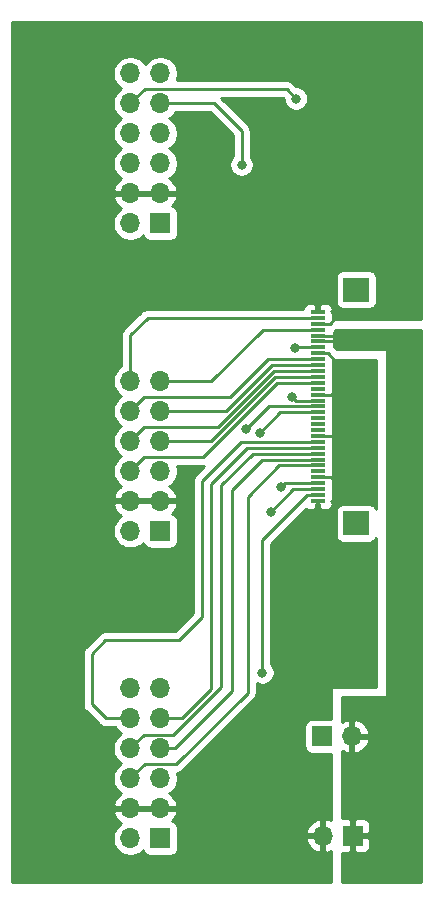
<source format=gbr>
%TF.GenerationSoftware,KiCad,Pcbnew,5.1.8-db9833491~88~ubuntu20.04.1*%
%TF.CreationDate,2020-12-04T12:29:55-05:00*%
%TF.ProjectId,lcd_pmod_breakout,6c63645f-706d-46f6-945f-627265616b6f,rev?*%
%TF.SameCoordinates,Original*%
%TF.FileFunction,Copper,L1,Top*%
%TF.FilePolarity,Positive*%
%FSLAX46Y46*%
G04 Gerber Fmt 4.6, Leading zero omitted, Abs format (unit mm)*
G04 Created by KiCad (PCBNEW 5.1.8-db9833491~88~ubuntu20.04.1) date 2020-12-04 12:29:55*
%MOMM*%
%LPD*%
G01*
G04 APERTURE LIST*
%TA.AperFunction,ComponentPad*%
%ADD10R,1.700000X1.700000*%
%TD*%
%TA.AperFunction,ComponentPad*%
%ADD11O,1.700000X1.700000*%
%TD*%
%TA.AperFunction,SMDPad,CuDef*%
%ADD12R,1.300000X0.300000*%
%TD*%
%TA.AperFunction,SMDPad,CuDef*%
%ADD13R,2.200000X2.000000*%
%TD*%
%TA.AperFunction,ViaPad*%
%ADD14C,0.800000*%
%TD*%
%TA.AperFunction,Conductor*%
%ADD15C,0.250000*%
%TD*%
%TA.AperFunction,Conductor*%
%ADD16C,0.254000*%
%TD*%
%TA.AperFunction,Conductor*%
%ADD17C,0.100000*%
%TD*%
G04 APERTURE END LIST*
D10*
%TO.P,J1,1*%
%TO.N,+3.3VA*%
X94615000Y-97790000D03*
D11*
%TO.P,J1,2*%
X92075000Y-97790000D03*
%TO.P,J1,3*%
%TO.N,GND*%
X94615000Y-95250000D03*
%TO.P,J1,4*%
X92075000Y-95250000D03*
%TO.P,J1,5*%
%TO.N,/LED_R0*%
X94615000Y-92710000D03*
%TO.P,J1,6*%
%TO.N,/LCD_R1*%
X92075000Y-92710000D03*
%TO.P,J1,7*%
%TO.N,/LCD_R2*%
X94615000Y-90170000D03*
%TO.P,J1,8*%
%TO.N,/LCD_R3*%
X92075000Y-90170000D03*
%TO.P,J1,9*%
%TO.N,/LCD_R4*%
X94615000Y-87630000D03*
%TO.P,J1,10*%
%TO.N,/LCD_R5*%
X92075000Y-87630000D03*
%TO.P,J1,11*%
%TO.N,/LCD_CLK*%
X94615000Y-85090000D03*
%TO.P,J1,12*%
%TO.N,/LCD_DEN*%
X92075000Y-85090000D03*
%TD*%
%TO.P,J2,12*%
%TO.N,/LCD_VS*%
X92075000Y-33020000D03*
%TO.P,J2,11*%
%TO.N,/LCD_HS*%
X94615000Y-33020000D03*
%TO.P,J2,10*%
%TO.N,/LCD_G5*%
X92075000Y-35560000D03*
%TO.P,J2,9*%
%TO.N,/LCD_G4*%
X94615000Y-35560000D03*
%TO.P,J2,8*%
%TO.N,/LCD_G3*%
X92075000Y-38100000D03*
%TO.P,J2,7*%
%TO.N,/LED_G2*%
X94615000Y-38100000D03*
%TO.P,J2,6*%
%TO.N,/LED_B1*%
X92075000Y-40640000D03*
%TO.P,J2,5*%
%TO.N,/LED_G0*%
X94615000Y-40640000D03*
%TO.P,J2,4*%
%TO.N,GND*%
X92075000Y-43180000D03*
%TO.P,J2,3*%
X94615000Y-43180000D03*
%TO.P,J2,2*%
%TO.N,+3.3VA*%
X92075000Y-45720000D03*
D10*
%TO.P,J2,1*%
X94615000Y-45720000D03*
%TD*%
%TO.P,J3,1*%
%TO.N,+3.3VA*%
X94615000Y-71755000D03*
D11*
%TO.P,J3,2*%
X92075000Y-71755000D03*
%TO.P,J3,3*%
%TO.N,GND*%
X94615000Y-69215000D03*
%TO.P,J3,4*%
X92075000Y-69215000D03*
%TO.P,J3,5*%
%TO.N,/LED_B0*%
X94615000Y-66675000D03*
%TO.P,J3,6*%
%TO.N,/LCD_B1*%
X92075000Y-66675000D03*
%TO.P,J3,7*%
%TO.N,/LCD_B2*%
X94615000Y-64135000D03*
%TO.P,J3,8*%
%TO.N,/LCD_B3*%
X92075000Y-64135000D03*
%TO.P,J3,9*%
%TO.N,/LCD_B4*%
X94615000Y-61595000D03*
%TO.P,J3,10*%
%TO.N,/LCD_B5*%
X92075000Y-61595000D03*
%TO.P,J3,11*%
%TO.N,/LCD_REV*%
X94615000Y-59055000D03*
%TO.P,J3,12*%
%TO.N,/LCD_DISP*%
X92075000Y-59055000D03*
%TD*%
D10*
%TO.P,J4,1*%
%TO.N,+3V3*%
X110900000Y-97550000D03*
D11*
%TO.P,J4,2*%
%TO.N,GND*%
X108360000Y-97550000D03*
%TD*%
D12*
%TO.P,J5,1*%
%TO.N,GND*%
X107950000Y-69215000D03*
%TO.P,J5,2*%
%TO.N,/LCD_CLK*%
X107950000Y-68715000D03*
%TO.P,J5,3*%
%TO.N,/LCD_HS*%
X107950000Y-68215000D03*
%TO.P,J5,4*%
%TO.N,/LCD_VS*%
X107950000Y-67715000D03*
%TO.P,J5,5*%
%TO.N,GND*%
X107950000Y-67215000D03*
%TO.P,J5,6*%
%TO.N,/LCD_R0*%
X107950000Y-66715000D03*
%TO.P,J5,7*%
%TO.N,/LCD_R1*%
X107950000Y-66215000D03*
%TO.P,J5,8*%
%TO.N,/LCD_R2*%
X107950000Y-65715000D03*
%TO.P,J5,9*%
%TO.N,/LCD_R3*%
X107950000Y-65215000D03*
%TO.P,J5,10*%
%TO.N,/LCD_R4*%
X107950000Y-64715000D03*
%TO.P,J5,11*%
%TO.N,/LCD_R5*%
X107950000Y-64215000D03*
%TO.P,J5,12*%
%TO.N,GND*%
X107950000Y-63715000D03*
%TO.P,J5,13*%
%TO.N,/LCD_G0*%
X107950000Y-63215000D03*
%TO.P,J5,14*%
%TO.N,/LCD_G1*%
X107950000Y-62715000D03*
%TO.P,J5,15*%
%TO.N,/LCD_G2*%
X107950000Y-62215000D03*
%TO.P,J5,16*%
%TO.N,/LCD_G3*%
X107950000Y-61715000D03*
%TO.P,J5,17*%
%TO.N,/LCD_G4*%
X107950000Y-61215000D03*
%TO.P,J5,18*%
%TO.N,/LCD_G5*%
X107950000Y-60715000D03*
%TO.P,J5,19*%
%TO.N,GND*%
X107950000Y-60215000D03*
%TO.P,J5,20*%
%TO.N,/LCD_B0*%
X107950000Y-59715000D03*
%TO.P,J5,21*%
%TO.N,/LCD_B1*%
X107950000Y-59215000D03*
%TO.P,J5,22*%
%TO.N,/LCD_B2*%
X107950000Y-58715000D03*
%TO.P,J5,23*%
%TO.N,/LCD_B3*%
X107950000Y-58215000D03*
%TO.P,J5,24*%
%TO.N,/LCD_B4*%
X107950000Y-57715000D03*
%TO.P,J5,25*%
%TO.N,/LCD_B5*%
X107950000Y-57215000D03*
%TO.P,J5,26*%
%TO.N,GND*%
X107950000Y-56715000D03*
%TO.P,J5,27*%
%TO.N,/LCD_DEN*%
X107950000Y-56215000D03*
%TO.P,J5,28*%
%TO.N,+3V3*%
X107950000Y-55715000D03*
%TO.P,J5,29*%
X107950000Y-55215000D03*
%TO.P,J5,30*%
%TO.N,/LCD_REV*%
X107950000Y-54715000D03*
%TO.P,J5,31*%
%TO.N,GND*%
X107950000Y-54215000D03*
%TO.P,J5,32*%
%TO.N,/LCD_DISP*%
X107950000Y-53715000D03*
%TO.P,J5,33*%
%TO.N,GND*%
X107950000Y-53215000D03*
D13*
%TO.P,J5,34*%
%TO.N,N/C*%
X111200000Y-71115000D03*
%TO.P,J5,35*%
X111200000Y-51315000D03*
%TD*%
D10*
%TO.P,J6,1*%
%TO.N,+3.3VA*%
X108300000Y-89150000D03*
D11*
%TO.P,J6,2*%
%TO.N,+3V3*%
X110840000Y-89150000D03*
%TD*%
D14*
%TO.N,/LCD_CLK*%
X103250000Y-83750000D03*
%TO.N,/LCD_DEN*%
X106050000Y-56250000D03*
%TO.N,/LCD_VS*%
X104850000Y-68000000D03*
%TO.N,/LCD_HS*%
X103950000Y-70150000D03*
%TO.N,/LCD_G5*%
X105800000Y-60400000D03*
X106100000Y-35150000D03*
%TO.N,/LCD_G4*%
X101900000Y-63150000D03*
X101500000Y-40750000D03*
%TO.N,/LCD_G3*%
X103050000Y-63450000D03*
%TD*%
D15*
%TO.N,GND*%
X107950000Y-67215000D02*
X109760000Y-67215000D01*
X107950000Y-63715000D02*
X109640000Y-63715000D01*
X109640000Y-63715000D02*
X109855000Y-63500000D01*
X107950000Y-60215000D02*
X109745000Y-60215000D01*
X107950000Y-56715000D02*
X108785000Y-56715000D01*
X108785000Y-56715000D02*
X109855000Y-57785000D01*
X107950000Y-54215000D02*
X108980000Y-54215000D01*
X108980000Y-54215000D02*
X109855000Y-53340000D01*
X107950000Y-69215000D02*
X107950000Y-69850000D01*
%TO.N,/LCD_R1*%
X107950000Y-66215000D02*
X104635000Y-66215000D01*
X104635000Y-66215000D02*
X102000000Y-68850000D01*
X102000000Y-68850000D02*
X102000000Y-85450000D01*
X102000000Y-85450000D02*
X95950000Y-91500000D01*
X93285000Y-91500000D02*
X92075000Y-92710000D01*
X95950000Y-91500000D02*
X93285000Y-91500000D01*
%TO.N,/LCD_R2*%
X107950000Y-65715000D02*
X103185000Y-65715000D01*
X103185000Y-65715000D02*
X100650000Y-68250000D01*
X95817081Y-90170000D02*
X94615000Y-90170000D01*
X100650000Y-85337081D02*
X95817081Y-90170000D01*
X100650000Y-68250000D02*
X100650000Y-85337081D01*
%TO.N,/LCD_R3*%
X93250001Y-88994999D02*
X92075000Y-90170000D01*
X95691411Y-88994999D02*
X93250001Y-88994999D01*
X99750000Y-84936410D02*
X95691411Y-88994999D01*
X99750000Y-67900000D02*
X99750000Y-84936410D01*
X102450000Y-65200000D02*
X99750000Y-67900000D01*
X107064998Y-65215000D02*
X107049998Y-65200000D01*
X107049998Y-65200000D02*
X102450000Y-65200000D01*
X107950000Y-65215000D02*
X107064998Y-65215000D01*
%TO.N,/LCD_R4*%
X107950000Y-64715000D02*
X101935000Y-64715000D01*
X101935000Y-64715000D02*
X98900000Y-67750000D01*
X98900000Y-67750000D02*
X98900000Y-85150000D01*
X96420000Y-87630000D02*
X94615000Y-87630000D01*
X98900000Y-85150000D02*
X96420000Y-87630000D01*
%TO.N,/LCD_R5*%
X88800000Y-86450000D02*
X89980000Y-87630000D01*
X89950000Y-81000000D02*
X88800000Y-82150000D01*
X96200000Y-81000000D02*
X89950000Y-81000000D01*
X89980000Y-87630000D02*
X92075000Y-87630000D01*
X98150000Y-79050000D02*
X96200000Y-81000000D01*
X98150000Y-67500000D02*
X98150000Y-79050000D01*
X101435000Y-64215000D02*
X98150000Y-67500000D01*
X88800000Y-82150000D02*
X88800000Y-86450000D01*
X107950000Y-64215000D02*
X101435000Y-64215000D01*
%TO.N,/LCD_CLK*%
X107050000Y-68715000D02*
X103250000Y-72515000D01*
X107950000Y-68715000D02*
X107050000Y-68715000D01*
X103250000Y-72515000D02*
X103250000Y-83750000D01*
%TO.N,/LCD_DEN*%
X106085000Y-56215000D02*
X107950000Y-56215000D01*
X106050000Y-56250000D02*
X106085000Y-56215000D01*
%TO.N,/LCD_VS*%
X107950000Y-67715000D02*
X105135000Y-67715000D01*
X105135000Y-67715000D02*
X104850000Y-68000000D01*
%TO.N,/LCD_HS*%
X107950000Y-68215000D02*
X105885000Y-68215000D01*
X105885000Y-68215000D02*
X103950000Y-70150000D01*
%TO.N,/LCD_G5*%
X107950000Y-60715000D02*
X106115000Y-60715000D01*
X106115000Y-60715000D02*
X105800000Y-60400000D01*
X106100000Y-35150000D02*
X105300000Y-34350000D01*
X93285000Y-34350000D02*
X92075000Y-35560000D01*
X105300000Y-34350000D02*
X93285000Y-34350000D01*
%TO.N,/LCD_G4*%
X107950000Y-61215000D02*
X103835000Y-61215000D01*
X103835000Y-61215000D02*
X101900000Y-63150000D01*
X101500000Y-40750000D02*
X101500000Y-37900000D01*
X99160000Y-35560000D02*
X94615000Y-35560000D01*
X101500000Y-37900000D02*
X99160000Y-35560000D01*
%TO.N,/LCD_G3*%
X107950000Y-61715000D02*
X104785000Y-61715000D01*
X104785000Y-61715000D02*
X103050000Y-63450000D01*
%TO.N,/LCD_B1*%
X93250001Y-65499999D02*
X92075000Y-66675000D01*
X98209231Y-65499999D02*
X93250001Y-65499999D01*
X104494230Y-59215000D02*
X98209231Y-65499999D01*
X107950000Y-59215000D02*
X104494230Y-59215000D01*
%TO.N,/LCD_B2*%
X98937820Y-64135000D02*
X94615000Y-64135000D01*
X104357820Y-58715000D02*
X98937820Y-64135000D01*
X107950000Y-58715000D02*
X104357820Y-58715000D01*
%TO.N,/LCD_B3*%
X93250001Y-62959999D02*
X92075000Y-64135000D01*
X99476411Y-62959999D02*
X93250001Y-62959999D01*
X104221410Y-58215000D02*
X99476411Y-62959999D01*
X107950000Y-58215000D02*
X104221410Y-58215000D01*
%TO.N,/LCD_B4*%
X107950000Y-57715000D02*
X104085000Y-57715000D01*
X100205000Y-61595000D02*
X94615000Y-61595000D01*
X104085000Y-57715000D02*
X100205000Y-61595000D01*
%TO.N,/LCD_B5*%
X93250001Y-60419999D02*
X100530001Y-60419999D01*
X92075000Y-61595000D02*
X93250001Y-60419999D01*
X103735000Y-57215000D02*
X107950000Y-57215000D01*
X100530001Y-60419999D02*
X103735000Y-57215000D01*
%TO.N,/LCD_REV*%
X107950000Y-54715000D02*
X103285000Y-54715000D01*
X98945000Y-59055000D02*
X94615000Y-59055000D01*
X103285000Y-54715000D02*
X98945000Y-59055000D01*
%TO.N,/LCD_DISP*%
X107950000Y-53715000D02*
X93535000Y-53715000D01*
X92075000Y-55175000D02*
X92075000Y-59055000D01*
X93535000Y-53715000D02*
X92075000Y-55175000D01*
%TO.N,+3V3*%
X107950000Y-55215000D02*
X109825000Y-55215000D01*
X107950000Y-55715000D02*
X109690000Y-55715000D01*
%TD*%
D16*
%TO.N,+3V3*%
X116713000Y-101473000D02*
X109982000Y-101473000D01*
X109982000Y-99031375D01*
X110050000Y-99038072D01*
X110614250Y-99035000D01*
X110773000Y-98876250D01*
X110773000Y-97677000D01*
X111027000Y-97677000D01*
X111027000Y-98876250D01*
X111185750Y-99035000D01*
X111750000Y-99038072D01*
X111874482Y-99025812D01*
X111994180Y-98989502D01*
X112104494Y-98930537D01*
X112201185Y-98851185D01*
X112280537Y-98754494D01*
X112339502Y-98644180D01*
X112375812Y-98524482D01*
X112388072Y-98400000D01*
X112385000Y-97835750D01*
X112226250Y-97677000D01*
X111027000Y-97677000D01*
X110773000Y-97677000D01*
X110753000Y-97677000D01*
X110753000Y-97423000D01*
X110773000Y-97423000D01*
X110773000Y-96223750D01*
X111027000Y-96223750D01*
X111027000Y-97423000D01*
X112226250Y-97423000D01*
X112385000Y-97264250D01*
X112388072Y-96700000D01*
X112375812Y-96575518D01*
X112339502Y-96455820D01*
X112280537Y-96345506D01*
X112201185Y-96248815D01*
X112104494Y-96169463D01*
X111994180Y-96110498D01*
X111874482Y-96074188D01*
X111750000Y-96061928D01*
X111185750Y-96065000D01*
X111027000Y-96223750D01*
X110773000Y-96223750D01*
X110614250Y-96065000D01*
X110050000Y-96061928D01*
X109982000Y-96068625D01*
X109982000Y-90353705D01*
X110073080Y-90421641D01*
X110335901Y-90546825D01*
X110483110Y-90591476D01*
X110713000Y-90470155D01*
X110713000Y-89277000D01*
X110967000Y-89277000D01*
X110967000Y-90470155D01*
X111196890Y-90591476D01*
X111344099Y-90546825D01*
X111606920Y-90421641D01*
X111840269Y-90247588D01*
X112035178Y-90031355D01*
X112184157Y-89781252D01*
X112281481Y-89506891D01*
X112160814Y-89277000D01*
X110967000Y-89277000D01*
X110713000Y-89277000D01*
X110693000Y-89277000D01*
X110693000Y-89023000D01*
X110713000Y-89023000D01*
X110713000Y-87829845D01*
X110967000Y-87829845D01*
X110967000Y-89023000D01*
X112160814Y-89023000D01*
X112281481Y-88793109D01*
X112184157Y-88518748D01*
X112035178Y-88268645D01*
X111840269Y-88052412D01*
X111606920Y-87878359D01*
X111344099Y-87753175D01*
X111196890Y-87708524D01*
X110967000Y-87829845D01*
X110713000Y-87829845D01*
X110483110Y-87708524D01*
X110335901Y-87753175D01*
X110073080Y-87878359D01*
X109982000Y-87946295D01*
X109982000Y-85852000D01*
X113665000Y-85852000D01*
X113689776Y-85849560D01*
X113713601Y-85842333D01*
X113735557Y-85830597D01*
X113754803Y-85814803D01*
X113770597Y-85795557D01*
X113782333Y-85773601D01*
X113789560Y-85749776D01*
X113792000Y-85725000D01*
X113792000Y-56515000D01*
X113789560Y-56490224D01*
X113782333Y-56466399D01*
X113770597Y-56444443D01*
X113754803Y-56425197D01*
X113735557Y-56409403D01*
X113713601Y-56397667D01*
X113689776Y-56390440D01*
X113665000Y-56388000D01*
X109532802Y-56388000D01*
X109348804Y-56204002D01*
X109347000Y-56201804D01*
X109347000Y-54880589D01*
X109404276Y-54849974D01*
X109520001Y-54755001D01*
X109534774Y-54737000D01*
X116713000Y-54737000D01*
X116713000Y-101473000D01*
%TA.AperFunction,Conductor*%
D17*
G36*
X116713000Y-101473000D02*
G01*
X109982000Y-101473000D01*
X109982000Y-99031375D01*
X110050000Y-99038072D01*
X110614250Y-99035000D01*
X110773000Y-98876250D01*
X110773000Y-97677000D01*
X111027000Y-97677000D01*
X111027000Y-98876250D01*
X111185750Y-99035000D01*
X111750000Y-99038072D01*
X111874482Y-99025812D01*
X111994180Y-98989502D01*
X112104494Y-98930537D01*
X112201185Y-98851185D01*
X112280537Y-98754494D01*
X112339502Y-98644180D01*
X112375812Y-98524482D01*
X112388072Y-98400000D01*
X112385000Y-97835750D01*
X112226250Y-97677000D01*
X111027000Y-97677000D01*
X110773000Y-97677000D01*
X110753000Y-97677000D01*
X110753000Y-97423000D01*
X110773000Y-97423000D01*
X110773000Y-96223750D01*
X111027000Y-96223750D01*
X111027000Y-97423000D01*
X112226250Y-97423000D01*
X112385000Y-97264250D01*
X112388072Y-96700000D01*
X112375812Y-96575518D01*
X112339502Y-96455820D01*
X112280537Y-96345506D01*
X112201185Y-96248815D01*
X112104494Y-96169463D01*
X111994180Y-96110498D01*
X111874482Y-96074188D01*
X111750000Y-96061928D01*
X111185750Y-96065000D01*
X111027000Y-96223750D01*
X110773000Y-96223750D01*
X110614250Y-96065000D01*
X110050000Y-96061928D01*
X109982000Y-96068625D01*
X109982000Y-90353705D01*
X110073080Y-90421641D01*
X110335901Y-90546825D01*
X110483110Y-90591476D01*
X110713000Y-90470155D01*
X110713000Y-89277000D01*
X110967000Y-89277000D01*
X110967000Y-90470155D01*
X111196890Y-90591476D01*
X111344099Y-90546825D01*
X111606920Y-90421641D01*
X111840269Y-90247588D01*
X112035178Y-90031355D01*
X112184157Y-89781252D01*
X112281481Y-89506891D01*
X112160814Y-89277000D01*
X110967000Y-89277000D01*
X110713000Y-89277000D01*
X110693000Y-89277000D01*
X110693000Y-89023000D01*
X110713000Y-89023000D01*
X110713000Y-87829845D01*
X110967000Y-87829845D01*
X110967000Y-89023000D01*
X112160814Y-89023000D01*
X112281481Y-88793109D01*
X112184157Y-88518748D01*
X112035178Y-88268645D01*
X111840269Y-88052412D01*
X111606920Y-87878359D01*
X111344099Y-87753175D01*
X111196890Y-87708524D01*
X110967000Y-87829845D01*
X110713000Y-87829845D01*
X110483110Y-87708524D01*
X110335901Y-87753175D01*
X110073080Y-87878359D01*
X109982000Y-87946295D01*
X109982000Y-85852000D01*
X113665000Y-85852000D01*
X113689776Y-85849560D01*
X113713601Y-85842333D01*
X113735557Y-85830597D01*
X113754803Y-85814803D01*
X113770597Y-85795557D01*
X113782333Y-85773601D01*
X113789560Y-85749776D01*
X113792000Y-85725000D01*
X113792000Y-56515000D01*
X113789560Y-56490224D01*
X113782333Y-56466399D01*
X113770597Y-56444443D01*
X113754803Y-56425197D01*
X113735557Y-56409403D01*
X113713601Y-56397667D01*
X113689776Y-56390440D01*
X113665000Y-56388000D01*
X109532802Y-56388000D01*
X109348804Y-56204002D01*
X109347000Y-56201804D01*
X109347000Y-54880589D01*
X109404276Y-54849974D01*
X109520001Y-54755001D01*
X109534774Y-54737000D01*
X116713000Y-54737000D01*
X116713000Y-101473000D01*
G37*
%TD.AperFunction*%
%TD*%
D16*
%TO.N,GND*%
X116713000Y-53848000D02*
X109238072Y-53848000D01*
X109238072Y-53565000D01*
X109227882Y-53461535D01*
X109235000Y-53396750D01*
X109202753Y-53364503D01*
X109189502Y-53320820D01*
X109130537Y-53210506D01*
X109097725Y-53170525D01*
X109235000Y-53033250D01*
X109223685Y-52930268D01*
X109185416Y-52811182D01*
X109124650Y-52701850D01*
X109043722Y-52606474D01*
X108945742Y-52528718D01*
X108834475Y-52471572D01*
X108714198Y-52437230D01*
X108589532Y-52427014D01*
X108235750Y-52430000D01*
X108077000Y-52588750D01*
X108077000Y-52926928D01*
X107823000Y-52926928D01*
X107823000Y-52588750D01*
X107664250Y-52430000D01*
X107310468Y-52427014D01*
X107185802Y-52437230D01*
X107065525Y-52471572D01*
X106954258Y-52528718D01*
X106856278Y-52606474D01*
X106775350Y-52701850D01*
X106714584Y-52811182D01*
X106676315Y-52930268D01*
X106673598Y-52955000D01*
X93572323Y-52955000D01*
X93535000Y-52951324D01*
X93497677Y-52955000D01*
X93497667Y-52955000D01*
X93386014Y-52965997D01*
X93242753Y-53009454D01*
X93110724Y-53080026D01*
X92994999Y-53174999D01*
X92971201Y-53203997D01*
X91564003Y-54611196D01*
X91534999Y-54634999D01*
X91479871Y-54702174D01*
X91440026Y-54750724D01*
X91402559Y-54820820D01*
X91369454Y-54882754D01*
X91325997Y-55026015D01*
X91315000Y-55137668D01*
X91315000Y-55137678D01*
X91311324Y-55175000D01*
X91315000Y-55212323D01*
X91315001Y-57776821D01*
X91128368Y-57901525D01*
X90921525Y-58108368D01*
X90759010Y-58351589D01*
X90647068Y-58621842D01*
X90590000Y-58908740D01*
X90590000Y-59201260D01*
X90647068Y-59488158D01*
X90759010Y-59758411D01*
X90921525Y-60001632D01*
X91128368Y-60208475D01*
X91302760Y-60325000D01*
X91128368Y-60441525D01*
X90921525Y-60648368D01*
X90759010Y-60891589D01*
X90647068Y-61161842D01*
X90590000Y-61448740D01*
X90590000Y-61741260D01*
X90647068Y-62028158D01*
X90759010Y-62298411D01*
X90921525Y-62541632D01*
X91128368Y-62748475D01*
X91302760Y-62865000D01*
X91128368Y-62981525D01*
X90921525Y-63188368D01*
X90759010Y-63431589D01*
X90647068Y-63701842D01*
X90590000Y-63988740D01*
X90590000Y-64281260D01*
X90647068Y-64568158D01*
X90759010Y-64838411D01*
X90921525Y-65081632D01*
X91128368Y-65288475D01*
X91302760Y-65405000D01*
X91128368Y-65521525D01*
X90921525Y-65728368D01*
X90759010Y-65971589D01*
X90647068Y-66241842D01*
X90590000Y-66528740D01*
X90590000Y-66821260D01*
X90647068Y-67108158D01*
X90759010Y-67378411D01*
X90921525Y-67621632D01*
X91128368Y-67828475D01*
X91310534Y-67950195D01*
X91193645Y-68019822D01*
X90977412Y-68214731D01*
X90803359Y-68448080D01*
X90678175Y-68710901D01*
X90633524Y-68858110D01*
X90754845Y-69088000D01*
X91948000Y-69088000D01*
X91948000Y-69068000D01*
X92202000Y-69068000D01*
X92202000Y-69088000D01*
X94488000Y-69088000D01*
X94488000Y-69068000D01*
X94742000Y-69068000D01*
X94742000Y-69088000D01*
X95935155Y-69088000D01*
X96056476Y-68858110D01*
X96011825Y-68710901D01*
X95886641Y-68448080D01*
X95712588Y-68214731D01*
X95496355Y-68019822D01*
X95379466Y-67950195D01*
X95561632Y-67828475D01*
X95768475Y-67621632D01*
X95930990Y-67378411D01*
X96042932Y-67108158D01*
X96100000Y-66821260D01*
X96100000Y-66528740D01*
X96046544Y-66259999D01*
X98171909Y-66259999D01*
X98209231Y-66263675D01*
X98246553Y-66259999D01*
X98246564Y-66259999D01*
X98322698Y-66252500D01*
X97639003Y-66936196D01*
X97609999Y-66959999D01*
X97569413Y-67009454D01*
X97515026Y-67075724D01*
X97461962Y-67174999D01*
X97444454Y-67207754D01*
X97400997Y-67351015D01*
X97390000Y-67462668D01*
X97390000Y-67462678D01*
X97386324Y-67500000D01*
X97390000Y-67537322D01*
X97390001Y-78735196D01*
X95885199Y-80240000D01*
X89987333Y-80240000D01*
X89950000Y-80236323D01*
X89912667Y-80240000D01*
X89801014Y-80250997D01*
X89657753Y-80294454D01*
X89525724Y-80365026D01*
X89409999Y-80459999D01*
X89386201Y-80488997D01*
X88289003Y-81586196D01*
X88259999Y-81609999D01*
X88204871Y-81677174D01*
X88165026Y-81725724D01*
X88152584Y-81749002D01*
X88094454Y-81857754D01*
X88050997Y-82001015D01*
X88040000Y-82112668D01*
X88040000Y-82112678D01*
X88036324Y-82150000D01*
X88040000Y-82187323D01*
X88040001Y-86412668D01*
X88036324Y-86450000D01*
X88050998Y-86598985D01*
X88094454Y-86742246D01*
X88165026Y-86874276D01*
X88207959Y-86926589D01*
X88260000Y-86990001D01*
X88288998Y-87013799D01*
X89416201Y-88141003D01*
X89439999Y-88170001D01*
X89468997Y-88193799D01*
X89555723Y-88264974D01*
X89601520Y-88289453D01*
X89687753Y-88335546D01*
X89831014Y-88379003D01*
X89942667Y-88390000D01*
X89942677Y-88390000D01*
X89979999Y-88393676D01*
X90017322Y-88390000D01*
X90796822Y-88390000D01*
X90921525Y-88576632D01*
X91128368Y-88783475D01*
X91302760Y-88900000D01*
X91128368Y-89016525D01*
X90921525Y-89223368D01*
X90759010Y-89466589D01*
X90647068Y-89736842D01*
X90590000Y-90023740D01*
X90590000Y-90316260D01*
X90647068Y-90603158D01*
X90759010Y-90873411D01*
X90921525Y-91116632D01*
X91128368Y-91323475D01*
X91302760Y-91440000D01*
X91128368Y-91556525D01*
X90921525Y-91763368D01*
X90759010Y-92006589D01*
X90647068Y-92276842D01*
X90590000Y-92563740D01*
X90590000Y-92856260D01*
X90647068Y-93143158D01*
X90759010Y-93413411D01*
X90921525Y-93656632D01*
X91128368Y-93863475D01*
X91310534Y-93985195D01*
X91193645Y-94054822D01*
X90977412Y-94249731D01*
X90803359Y-94483080D01*
X90678175Y-94745901D01*
X90633524Y-94893110D01*
X90754845Y-95123000D01*
X91948000Y-95123000D01*
X91948000Y-95103000D01*
X92202000Y-95103000D01*
X92202000Y-95123000D01*
X94488000Y-95123000D01*
X94488000Y-95103000D01*
X94742000Y-95103000D01*
X94742000Y-95123000D01*
X95935155Y-95123000D01*
X96056476Y-94893110D01*
X96011825Y-94745901D01*
X95886641Y-94483080D01*
X95712588Y-94249731D01*
X95496355Y-94054822D01*
X95379466Y-93985195D01*
X95561632Y-93863475D01*
X95768475Y-93656632D01*
X95930990Y-93413411D01*
X96042932Y-93143158D01*
X96100000Y-92856260D01*
X96100000Y-92563740D01*
X96042932Y-92276842D01*
X96034050Y-92255399D01*
X96098986Y-92249003D01*
X96242247Y-92205546D01*
X96374276Y-92134974D01*
X96490001Y-92040001D01*
X96513804Y-92010997D01*
X102511003Y-86013799D01*
X102540001Y-85990001D01*
X102566332Y-85957917D01*
X102634974Y-85874277D01*
X102705546Y-85742247D01*
X102749003Y-85598986D01*
X102760000Y-85487333D01*
X102760000Y-85487324D01*
X102763676Y-85450001D01*
X102760000Y-85412678D01*
X102760000Y-84667311D01*
X102948102Y-84745226D01*
X103148061Y-84785000D01*
X103351939Y-84785000D01*
X103551898Y-84745226D01*
X103740256Y-84667205D01*
X103909774Y-84553937D01*
X104053937Y-84409774D01*
X104167205Y-84240256D01*
X104245226Y-84051898D01*
X104285000Y-83851939D01*
X104285000Y-83648061D01*
X104245226Y-83448102D01*
X104167205Y-83259744D01*
X104053937Y-83090226D01*
X104010000Y-83046289D01*
X104010000Y-72829801D01*
X106945483Y-69894319D01*
X106954258Y-69901282D01*
X107065525Y-69958428D01*
X107185802Y-69992770D01*
X107310468Y-70002986D01*
X107664250Y-70000000D01*
X107823000Y-69841250D01*
X107823000Y-69503072D01*
X108077000Y-69503072D01*
X108077000Y-69841250D01*
X108235750Y-70000000D01*
X108589532Y-70002986D01*
X108714198Y-69992770D01*
X108834475Y-69958428D01*
X108945742Y-69901282D01*
X109043722Y-69823526D01*
X109124650Y-69728150D01*
X109185416Y-69618818D01*
X109223685Y-69499732D01*
X109235000Y-69396750D01*
X109097725Y-69259475D01*
X109130537Y-69219494D01*
X109189502Y-69109180D01*
X109202753Y-69065497D01*
X109235000Y-69033250D01*
X109227882Y-68968465D01*
X109238072Y-68865000D01*
X109238072Y-68565000D01*
X109228223Y-68465000D01*
X109238072Y-68365000D01*
X109238072Y-68065000D01*
X109228223Y-67965000D01*
X109238072Y-67865000D01*
X109238072Y-67565000D01*
X109227882Y-67461535D01*
X109235000Y-67396750D01*
X109202753Y-67364503D01*
X109189502Y-67320820D01*
X109132939Y-67215000D01*
X109189502Y-67109180D01*
X109202753Y-67065497D01*
X109235000Y-67033250D01*
X109227882Y-66968465D01*
X109238072Y-66865000D01*
X109238072Y-66565000D01*
X109228223Y-66465000D01*
X109238072Y-66365000D01*
X109238072Y-66065000D01*
X109228223Y-65965000D01*
X109238072Y-65865000D01*
X109238072Y-65565000D01*
X109228223Y-65465000D01*
X109238072Y-65365000D01*
X109238072Y-65065000D01*
X109228223Y-64965000D01*
X109238072Y-64865000D01*
X109238072Y-64565000D01*
X109228223Y-64465000D01*
X109238072Y-64365000D01*
X109238072Y-64065000D01*
X109227882Y-63961535D01*
X109235000Y-63896750D01*
X109202753Y-63864503D01*
X109189502Y-63820820D01*
X109132939Y-63715000D01*
X109189502Y-63609180D01*
X109202753Y-63565497D01*
X109235000Y-63533250D01*
X109227882Y-63468465D01*
X109238072Y-63365000D01*
X109238072Y-63065000D01*
X109228223Y-62965000D01*
X109238072Y-62865000D01*
X109238072Y-62565000D01*
X109228223Y-62465000D01*
X109238072Y-62365000D01*
X109238072Y-62065000D01*
X109228223Y-61965000D01*
X109238072Y-61865000D01*
X109238072Y-61565000D01*
X109228223Y-61465000D01*
X109238072Y-61365000D01*
X109238072Y-61065000D01*
X109228223Y-60965000D01*
X109238072Y-60865000D01*
X109238072Y-60565000D01*
X109227882Y-60461535D01*
X109235000Y-60396750D01*
X109202753Y-60364503D01*
X109189502Y-60320820D01*
X109132939Y-60215000D01*
X109189502Y-60109180D01*
X109202753Y-60065497D01*
X109235000Y-60033250D01*
X109227882Y-59968465D01*
X109238072Y-59865000D01*
X109238072Y-59565000D01*
X109228223Y-59465000D01*
X109238072Y-59365000D01*
X109238072Y-59065000D01*
X109228223Y-58965000D01*
X109238072Y-58865000D01*
X109238072Y-58565000D01*
X109228223Y-58465000D01*
X109238072Y-58365000D01*
X109238072Y-58065000D01*
X109228223Y-57965000D01*
X109238072Y-57865000D01*
X109238072Y-57565000D01*
X109228223Y-57465000D01*
X109238072Y-57365000D01*
X109238072Y-57277000D01*
X112903000Y-57277000D01*
X112903000Y-69915317D01*
X112889502Y-69870820D01*
X112830537Y-69760506D01*
X112751185Y-69663815D01*
X112654494Y-69584463D01*
X112544180Y-69525498D01*
X112424482Y-69489188D01*
X112300000Y-69476928D01*
X110100000Y-69476928D01*
X109975518Y-69489188D01*
X109855820Y-69525498D01*
X109745506Y-69584463D01*
X109648815Y-69663815D01*
X109569463Y-69760506D01*
X109510498Y-69870820D01*
X109474188Y-69990518D01*
X109461928Y-70115000D01*
X109461928Y-72115000D01*
X109474188Y-72239482D01*
X109510498Y-72359180D01*
X109569463Y-72469494D01*
X109648815Y-72566185D01*
X109745506Y-72645537D01*
X109855820Y-72704502D01*
X109975518Y-72740812D01*
X110100000Y-72753072D01*
X112300000Y-72753072D01*
X112424482Y-72740812D01*
X112544180Y-72704502D01*
X112654494Y-72645537D01*
X112751185Y-72566185D01*
X112830537Y-72469494D01*
X112889502Y-72359180D01*
X112903000Y-72314683D01*
X112903000Y-84963000D01*
X109220000Y-84963000D01*
X109195224Y-84965440D01*
X109171399Y-84972667D01*
X109149443Y-84984403D01*
X109130197Y-85000197D01*
X109114403Y-85019443D01*
X109102667Y-85041399D01*
X109095440Y-85065224D01*
X109093000Y-85090000D01*
X109093000Y-87661928D01*
X107450000Y-87661928D01*
X107325518Y-87674188D01*
X107205820Y-87710498D01*
X107095506Y-87769463D01*
X106998815Y-87848815D01*
X106919463Y-87945506D01*
X106860498Y-88055820D01*
X106824188Y-88175518D01*
X106811928Y-88300000D01*
X106811928Y-90000000D01*
X106824188Y-90124482D01*
X106860498Y-90244180D01*
X106919463Y-90354494D01*
X106998815Y-90451185D01*
X107095506Y-90530537D01*
X107205820Y-90589502D01*
X107325518Y-90625812D01*
X107450000Y-90638072D01*
X109093000Y-90638072D01*
X109093000Y-96262203D01*
X108864099Y-96153175D01*
X108716890Y-96108524D01*
X108487000Y-96229845D01*
X108487000Y-97423000D01*
X108507000Y-97423000D01*
X108507000Y-97677000D01*
X108487000Y-97677000D01*
X108487000Y-98870155D01*
X108716890Y-98991476D01*
X108864099Y-98946825D01*
X109093000Y-98837797D01*
X109093000Y-101473000D01*
X82042000Y-101473000D01*
X82042000Y-97643740D01*
X90590000Y-97643740D01*
X90590000Y-97936260D01*
X90647068Y-98223158D01*
X90759010Y-98493411D01*
X90921525Y-98736632D01*
X91128368Y-98943475D01*
X91371589Y-99105990D01*
X91641842Y-99217932D01*
X91928740Y-99275000D01*
X92221260Y-99275000D01*
X92508158Y-99217932D01*
X92778411Y-99105990D01*
X93021632Y-98943475D01*
X93153487Y-98811620D01*
X93175498Y-98884180D01*
X93234463Y-98994494D01*
X93313815Y-99091185D01*
X93410506Y-99170537D01*
X93520820Y-99229502D01*
X93640518Y-99265812D01*
X93765000Y-99278072D01*
X95465000Y-99278072D01*
X95589482Y-99265812D01*
X95709180Y-99229502D01*
X95819494Y-99170537D01*
X95916185Y-99091185D01*
X95995537Y-98994494D01*
X96054502Y-98884180D01*
X96090812Y-98764482D01*
X96103072Y-98640000D01*
X96103072Y-97906891D01*
X106918519Y-97906891D01*
X107015843Y-98181252D01*
X107164822Y-98431355D01*
X107359731Y-98647588D01*
X107593080Y-98821641D01*
X107855901Y-98946825D01*
X108003110Y-98991476D01*
X108233000Y-98870155D01*
X108233000Y-97677000D01*
X107039186Y-97677000D01*
X106918519Y-97906891D01*
X96103072Y-97906891D01*
X96103072Y-97193109D01*
X106918519Y-97193109D01*
X107039186Y-97423000D01*
X108233000Y-97423000D01*
X108233000Y-96229845D01*
X108003110Y-96108524D01*
X107855901Y-96153175D01*
X107593080Y-96278359D01*
X107359731Y-96452412D01*
X107164822Y-96668645D01*
X107015843Y-96918748D01*
X106918519Y-97193109D01*
X96103072Y-97193109D01*
X96103072Y-96940000D01*
X96090812Y-96815518D01*
X96054502Y-96695820D01*
X95995537Y-96585506D01*
X95916185Y-96488815D01*
X95819494Y-96409463D01*
X95709180Y-96350498D01*
X95628534Y-96326034D01*
X95712588Y-96250269D01*
X95886641Y-96016920D01*
X96011825Y-95754099D01*
X96056476Y-95606890D01*
X95935155Y-95377000D01*
X94742000Y-95377000D01*
X94742000Y-95397000D01*
X94488000Y-95397000D01*
X94488000Y-95377000D01*
X92202000Y-95377000D01*
X92202000Y-95397000D01*
X91948000Y-95397000D01*
X91948000Y-95377000D01*
X90754845Y-95377000D01*
X90633524Y-95606890D01*
X90678175Y-95754099D01*
X90803359Y-96016920D01*
X90977412Y-96250269D01*
X91193645Y-96445178D01*
X91310534Y-96514805D01*
X91128368Y-96636525D01*
X90921525Y-96843368D01*
X90759010Y-97086589D01*
X90647068Y-97356842D01*
X90590000Y-97643740D01*
X82042000Y-97643740D01*
X82042000Y-71608740D01*
X90590000Y-71608740D01*
X90590000Y-71901260D01*
X90647068Y-72188158D01*
X90759010Y-72458411D01*
X90921525Y-72701632D01*
X91128368Y-72908475D01*
X91371589Y-73070990D01*
X91641842Y-73182932D01*
X91928740Y-73240000D01*
X92221260Y-73240000D01*
X92508158Y-73182932D01*
X92778411Y-73070990D01*
X93021632Y-72908475D01*
X93153487Y-72776620D01*
X93175498Y-72849180D01*
X93234463Y-72959494D01*
X93313815Y-73056185D01*
X93410506Y-73135537D01*
X93520820Y-73194502D01*
X93640518Y-73230812D01*
X93765000Y-73243072D01*
X95465000Y-73243072D01*
X95589482Y-73230812D01*
X95709180Y-73194502D01*
X95819494Y-73135537D01*
X95916185Y-73056185D01*
X95995537Y-72959494D01*
X96054502Y-72849180D01*
X96090812Y-72729482D01*
X96103072Y-72605000D01*
X96103072Y-70905000D01*
X96090812Y-70780518D01*
X96054502Y-70660820D01*
X95995537Y-70550506D01*
X95916185Y-70453815D01*
X95819494Y-70374463D01*
X95709180Y-70315498D01*
X95628534Y-70291034D01*
X95712588Y-70215269D01*
X95886641Y-69981920D01*
X96011825Y-69719099D01*
X96056476Y-69571890D01*
X95935155Y-69342000D01*
X94742000Y-69342000D01*
X94742000Y-69362000D01*
X94488000Y-69362000D01*
X94488000Y-69342000D01*
X92202000Y-69342000D01*
X92202000Y-69362000D01*
X91948000Y-69362000D01*
X91948000Y-69342000D01*
X90754845Y-69342000D01*
X90633524Y-69571890D01*
X90678175Y-69719099D01*
X90803359Y-69981920D01*
X90977412Y-70215269D01*
X91193645Y-70410178D01*
X91310534Y-70479805D01*
X91128368Y-70601525D01*
X90921525Y-70808368D01*
X90759010Y-71051589D01*
X90647068Y-71321842D01*
X90590000Y-71608740D01*
X82042000Y-71608740D01*
X82042000Y-50315000D01*
X109461928Y-50315000D01*
X109461928Y-52315000D01*
X109474188Y-52439482D01*
X109510498Y-52559180D01*
X109569463Y-52669494D01*
X109648815Y-52766185D01*
X109745506Y-52845537D01*
X109855820Y-52904502D01*
X109975518Y-52940812D01*
X110100000Y-52953072D01*
X112300000Y-52953072D01*
X112424482Y-52940812D01*
X112544180Y-52904502D01*
X112654494Y-52845537D01*
X112751185Y-52766185D01*
X112830537Y-52669494D01*
X112889502Y-52559180D01*
X112925812Y-52439482D01*
X112938072Y-52315000D01*
X112938072Y-50315000D01*
X112925812Y-50190518D01*
X112889502Y-50070820D01*
X112830537Y-49960506D01*
X112751185Y-49863815D01*
X112654494Y-49784463D01*
X112544180Y-49725498D01*
X112424482Y-49689188D01*
X112300000Y-49676928D01*
X110100000Y-49676928D01*
X109975518Y-49689188D01*
X109855820Y-49725498D01*
X109745506Y-49784463D01*
X109648815Y-49863815D01*
X109569463Y-49960506D01*
X109510498Y-50070820D01*
X109474188Y-50190518D01*
X109461928Y-50315000D01*
X82042000Y-50315000D01*
X82042000Y-45573740D01*
X90590000Y-45573740D01*
X90590000Y-45866260D01*
X90647068Y-46153158D01*
X90759010Y-46423411D01*
X90921525Y-46666632D01*
X91128368Y-46873475D01*
X91371589Y-47035990D01*
X91641842Y-47147932D01*
X91928740Y-47205000D01*
X92221260Y-47205000D01*
X92508158Y-47147932D01*
X92778411Y-47035990D01*
X93021632Y-46873475D01*
X93153487Y-46741620D01*
X93175498Y-46814180D01*
X93234463Y-46924494D01*
X93313815Y-47021185D01*
X93410506Y-47100537D01*
X93520820Y-47159502D01*
X93640518Y-47195812D01*
X93765000Y-47208072D01*
X95465000Y-47208072D01*
X95589482Y-47195812D01*
X95709180Y-47159502D01*
X95819494Y-47100537D01*
X95916185Y-47021185D01*
X95995537Y-46924494D01*
X96054502Y-46814180D01*
X96090812Y-46694482D01*
X96103072Y-46570000D01*
X96103072Y-44870000D01*
X96090812Y-44745518D01*
X96054502Y-44625820D01*
X95995537Y-44515506D01*
X95916185Y-44418815D01*
X95819494Y-44339463D01*
X95709180Y-44280498D01*
X95628534Y-44256034D01*
X95712588Y-44180269D01*
X95886641Y-43946920D01*
X96011825Y-43684099D01*
X96056476Y-43536890D01*
X95935155Y-43307000D01*
X94742000Y-43307000D01*
X94742000Y-43327000D01*
X94488000Y-43327000D01*
X94488000Y-43307000D01*
X92202000Y-43307000D01*
X92202000Y-43327000D01*
X91948000Y-43327000D01*
X91948000Y-43307000D01*
X90754845Y-43307000D01*
X90633524Y-43536890D01*
X90678175Y-43684099D01*
X90803359Y-43946920D01*
X90977412Y-44180269D01*
X91193645Y-44375178D01*
X91310534Y-44444805D01*
X91128368Y-44566525D01*
X90921525Y-44773368D01*
X90759010Y-45016589D01*
X90647068Y-45286842D01*
X90590000Y-45573740D01*
X82042000Y-45573740D01*
X82042000Y-32873740D01*
X90590000Y-32873740D01*
X90590000Y-33166260D01*
X90647068Y-33453158D01*
X90759010Y-33723411D01*
X90921525Y-33966632D01*
X91128368Y-34173475D01*
X91302760Y-34290000D01*
X91128368Y-34406525D01*
X90921525Y-34613368D01*
X90759010Y-34856589D01*
X90647068Y-35126842D01*
X90590000Y-35413740D01*
X90590000Y-35706260D01*
X90647068Y-35993158D01*
X90759010Y-36263411D01*
X90921525Y-36506632D01*
X91128368Y-36713475D01*
X91302760Y-36830000D01*
X91128368Y-36946525D01*
X90921525Y-37153368D01*
X90759010Y-37396589D01*
X90647068Y-37666842D01*
X90590000Y-37953740D01*
X90590000Y-38246260D01*
X90647068Y-38533158D01*
X90759010Y-38803411D01*
X90921525Y-39046632D01*
X91128368Y-39253475D01*
X91302760Y-39370000D01*
X91128368Y-39486525D01*
X90921525Y-39693368D01*
X90759010Y-39936589D01*
X90647068Y-40206842D01*
X90590000Y-40493740D01*
X90590000Y-40786260D01*
X90647068Y-41073158D01*
X90759010Y-41343411D01*
X90921525Y-41586632D01*
X91128368Y-41793475D01*
X91310534Y-41915195D01*
X91193645Y-41984822D01*
X90977412Y-42179731D01*
X90803359Y-42413080D01*
X90678175Y-42675901D01*
X90633524Y-42823110D01*
X90754845Y-43053000D01*
X91948000Y-43053000D01*
X91948000Y-43033000D01*
X92202000Y-43033000D01*
X92202000Y-43053000D01*
X94488000Y-43053000D01*
X94488000Y-43033000D01*
X94742000Y-43033000D01*
X94742000Y-43053000D01*
X95935155Y-43053000D01*
X96056476Y-42823110D01*
X96011825Y-42675901D01*
X95886641Y-42413080D01*
X95712588Y-42179731D01*
X95496355Y-41984822D01*
X95379466Y-41915195D01*
X95561632Y-41793475D01*
X95768475Y-41586632D01*
X95930990Y-41343411D01*
X96042932Y-41073158D01*
X96100000Y-40786260D01*
X96100000Y-40493740D01*
X96042932Y-40206842D01*
X95930990Y-39936589D01*
X95768475Y-39693368D01*
X95561632Y-39486525D01*
X95387240Y-39370000D01*
X95561632Y-39253475D01*
X95768475Y-39046632D01*
X95930990Y-38803411D01*
X96042932Y-38533158D01*
X96100000Y-38246260D01*
X96100000Y-37953740D01*
X96042932Y-37666842D01*
X95930990Y-37396589D01*
X95768475Y-37153368D01*
X95561632Y-36946525D01*
X95387240Y-36830000D01*
X95561632Y-36713475D01*
X95768475Y-36506632D01*
X95893178Y-36320000D01*
X98845199Y-36320000D01*
X100740001Y-38214803D01*
X100740000Y-40046289D01*
X100696063Y-40090226D01*
X100582795Y-40259744D01*
X100504774Y-40448102D01*
X100465000Y-40648061D01*
X100465000Y-40851939D01*
X100504774Y-41051898D01*
X100582795Y-41240256D01*
X100696063Y-41409774D01*
X100840226Y-41553937D01*
X101009744Y-41667205D01*
X101198102Y-41745226D01*
X101398061Y-41785000D01*
X101601939Y-41785000D01*
X101801898Y-41745226D01*
X101990256Y-41667205D01*
X102159774Y-41553937D01*
X102303937Y-41409774D01*
X102417205Y-41240256D01*
X102495226Y-41051898D01*
X102535000Y-40851939D01*
X102535000Y-40648061D01*
X102495226Y-40448102D01*
X102417205Y-40259744D01*
X102303937Y-40090226D01*
X102260000Y-40046289D01*
X102260000Y-37937325D01*
X102263676Y-37900000D01*
X102260000Y-37862675D01*
X102260000Y-37862667D01*
X102249003Y-37751014D01*
X102205546Y-37607753D01*
X102134974Y-37475724D01*
X102040001Y-37359999D01*
X102011003Y-37336201D01*
X99784801Y-35110000D01*
X104985199Y-35110000D01*
X105065000Y-35189801D01*
X105065000Y-35251939D01*
X105104774Y-35451898D01*
X105182795Y-35640256D01*
X105296063Y-35809774D01*
X105440226Y-35953937D01*
X105609744Y-36067205D01*
X105798102Y-36145226D01*
X105998061Y-36185000D01*
X106201939Y-36185000D01*
X106401898Y-36145226D01*
X106590256Y-36067205D01*
X106759774Y-35953937D01*
X106903937Y-35809774D01*
X107017205Y-35640256D01*
X107095226Y-35451898D01*
X107135000Y-35251939D01*
X107135000Y-35048061D01*
X107095226Y-34848102D01*
X107017205Y-34659744D01*
X106903937Y-34490226D01*
X106759774Y-34346063D01*
X106590256Y-34232795D01*
X106401898Y-34154774D01*
X106201939Y-34115000D01*
X106139801Y-34115000D01*
X105863803Y-33839002D01*
X105840001Y-33809999D01*
X105724276Y-33715026D01*
X105592247Y-33644454D01*
X105448986Y-33600997D01*
X105337333Y-33590000D01*
X105337322Y-33590000D01*
X105300000Y-33586324D01*
X105262678Y-33590000D01*
X95986250Y-33590000D01*
X96042932Y-33453158D01*
X96100000Y-33166260D01*
X96100000Y-32873740D01*
X96042932Y-32586842D01*
X95930990Y-32316589D01*
X95768475Y-32073368D01*
X95561632Y-31866525D01*
X95318411Y-31704010D01*
X95048158Y-31592068D01*
X94761260Y-31535000D01*
X94468740Y-31535000D01*
X94181842Y-31592068D01*
X93911589Y-31704010D01*
X93668368Y-31866525D01*
X93461525Y-32073368D01*
X93345000Y-32247760D01*
X93228475Y-32073368D01*
X93021632Y-31866525D01*
X92778411Y-31704010D01*
X92508158Y-31592068D01*
X92221260Y-31535000D01*
X91928740Y-31535000D01*
X91641842Y-31592068D01*
X91371589Y-31704010D01*
X91128368Y-31866525D01*
X90921525Y-32073368D01*
X90759010Y-32316589D01*
X90647068Y-32586842D01*
X90590000Y-32873740D01*
X82042000Y-32873740D01*
X82042000Y-28702000D01*
X116713000Y-28702000D01*
X116713000Y-53848000D01*
%TA.AperFunction,Conductor*%
D17*
G36*
X116713000Y-53848000D02*
G01*
X109238072Y-53848000D01*
X109238072Y-53565000D01*
X109227882Y-53461535D01*
X109235000Y-53396750D01*
X109202753Y-53364503D01*
X109189502Y-53320820D01*
X109130537Y-53210506D01*
X109097725Y-53170525D01*
X109235000Y-53033250D01*
X109223685Y-52930268D01*
X109185416Y-52811182D01*
X109124650Y-52701850D01*
X109043722Y-52606474D01*
X108945742Y-52528718D01*
X108834475Y-52471572D01*
X108714198Y-52437230D01*
X108589532Y-52427014D01*
X108235750Y-52430000D01*
X108077000Y-52588750D01*
X108077000Y-52926928D01*
X107823000Y-52926928D01*
X107823000Y-52588750D01*
X107664250Y-52430000D01*
X107310468Y-52427014D01*
X107185802Y-52437230D01*
X107065525Y-52471572D01*
X106954258Y-52528718D01*
X106856278Y-52606474D01*
X106775350Y-52701850D01*
X106714584Y-52811182D01*
X106676315Y-52930268D01*
X106673598Y-52955000D01*
X93572323Y-52955000D01*
X93535000Y-52951324D01*
X93497677Y-52955000D01*
X93497667Y-52955000D01*
X93386014Y-52965997D01*
X93242753Y-53009454D01*
X93110724Y-53080026D01*
X92994999Y-53174999D01*
X92971201Y-53203997D01*
X91564003Y-54611196D01*
X91534999Y-54634999D01*
X91479871Y-54702174D01*
X91440026Y-54750724D01*
X91402559Y-54820820D01*
X91369454Y-54882754D01*
X91325997Y-55026015D01*
X91315000Y-55137668D01*
X91315000Y-55137678D01*
X91311324Y-55175000D01*
X91315000Y-55212323D01*
X91315001Y-57776821D01*
X91128368Y-57901525D01*
X90921525Y-58108368D01*
X90759010Y-58351589D01*
X90647068Y-58621842D01*
X90590000Y-58908740D01*
X90590000Y-59201260D01*
X90647068Y-59488158D01*
X90759010Y-59758411D01*
X90921525Y-60001632D01*
X91128368Y-60208475D01*
X91302760Y-60325000D01*
X91128368Y-60441525D01*
X90921525Y-60648368D01*
X90759010Y-60891589D01*
X90647068Y-61161842D01*
X90590000Y-61448740D01*
X90590000Y-61741260D01*
X90647068Y-62028158D01*
X90759010Y-62298411D01*
X90921525Y-62541632D01*
X91128368Y-62748475D01*
X91302760Y-62865000D01*
X91128368Y-62981525D01*
X90921525Y-63188368D01*
X90759010Y-63431589D01*
X90647068Y-63701842D01*
X90590000Y-63988740D01*
X90590000Y-64281260D01*
X90647068Y-64568158D01*
X90759010Y-64838411D01*
X90921525Y-65081632D01*
X91128368Y-65288475D01*
X91302760Y-65405000D01*
X91128368Y-65521525D01*
X90921525Y-65728368D01*
X90759010Y-65971589D01*
X90647068Y-66241842D01*
X90590000Y-66528740D01*
X90590000Y-66821260D01*
X90647068Y-67108158D01*
X90759010Y-67378411D01*
X90921525Y-67621632D01*
X91128368Y-67828475D01*
X91310534Y-67950195D01*
X91193645Y-68019822D01*
X90977412Y-68214731D01*
X90803359Y-68448080D01*
X90678175Y-68710901D01*
X90633524Y-68858110D01*
X90754845Y-69088000D01*
X91948000Y-69088000D01*
X91948000Y-69068000D01*
X92202000Y-69068000D01*
X92202000Y-69088000D01*
X94488000Y-69088000D01*
X94488000Y-69068000D01*
X94742000Y-69068000D01*
X94742000Y-69088000D01*
X95935155Y-69088000D01*
X96056476Y-68858110D01*
X96011825Y-68710901D01*
X95886641Y-68448080D01*
X95712588Y-68214731D01*
X95496355Y-68019822D01*
X95379466Y-67950195D01*
X95561632Y-67828475D01*
X95768475Y-67621632D01*
X95930990Y-67378411D01*
X96042932Y-67108158D01*
X96100000Y-66821260D01*
X96100000Y-66528740D01*
X96046544Y-66259999D01*
X98171909Y-66259999D01*
X98209231Y-66263675D01*
X98246553Y-66259999D01*
X98246564Y-66259999D01*
X98322698Y-66252500D01*
X97639003Y-66936196D01*
X97609999Y-66959999D01*
X97569413Y-67009454D01*
X97515026Y-67075724D01*
X97461962Y-67174999D01*
X97444454Y-67207754D01*
X97400997Y-67351015D01*
X97390000Y-67462668D01*
X97390000Y-67462678D01*
X97386324Y-67500000D01*
X97390000Y-67537322D01*
X97390001Y-78735196D01*
X95885199Y-80240000D01*
X89987333Y-80240000D01*
X89950000Y-80236323D01*
X89912667Y-80240000D01*
X89801014Y-80250997D01*
X89657753Y-80294454D01*
X89525724Y-80365026D01*
X89409999Y-80459999D01*
X89386201Y-80488997D01*
X88289003Y-81586196D01*
X88259999Y-81609999D01*
X88204871Y-81677174D01*
X88165026Y-81725724D01*
X88152584Y-81749002D01*
X88094454Y-81857754D01*
X88050997Y-82001015D01*
X88040000Y-82112668D01*
X88040000Y-82112678D01*
X88036324Y-82150000D01*
X88040000Y-82187323D01*
X88040001Y-86412668D01*
X88036324Y-86450000D01*
X88050998Y-86598985D01*
X88094454Y-86742246D01*
X88165026Y-86874276D01*
X88207959Y-86926589D01*
X88260000Y-86990001D01*
X88288998Y-87013799D01*
X89416201Y-88141003D01*
X89439999Y-88170001D01*
X89468997Y-88193799D01*
X89555723Y-88264974D01*
X89601520Y-88289453D01*
X89687753Y-88335546D01*
X89831014Y-88379003D01*
X89942667Y-88390000D01*
X89942677Y-88390000D01*
X89979999Y-88393676D01*
X90017322Y-88390000D01*
X90796822Y-88390000D01*
X90921525Y-88576632D01*
X91128368Y-88783475D01*
X91302760Y-88900000D01*
X91128368Y-89016525D01*
X90921525Y-89223368D01*
X90759010Y-89466589D01*
X90647068Y-89736842D01*
X90590000Y-90023740D01*
X90590000Y-90316260D01*
X90647068Y-90603158D01*
X90759010Y-90873411D01*
X90921525Y-91116632D01*
X91128368Y-91323475D01*
X91302760Y-91440000D01*
X91128368Y-91556525D01*
X90921525Y-91763368D01*
X90759010Y-92006589D01*
X90647068Y-92276842D01*
X90590000Y-92563740D01*
X90590000Y-92856260D01*
X90647068Y-93143158D01*
X90759010Y-93413411D01*
X90921525Y-93656632D01*
X91128368Y-93863475D01*
X91310534Y-93985195D01*
X91193645Y-94054822D01*
X90977412Y-94249731D01*
X90803359Y-94483080D01*
X90678175Y-94745901D01*
X90633524Y-94893110D01*
X90754845Y-95123000D01*
X91948000Y-95123000D01*
X91948000Y-95103000D01*
X92202000Y-95103000D01*
X92202000Y-95123000D01*
X94488000Y-95123000D01*
X94488000Y-95103000D01*
X94742000Y-95103000D01*
X94742000Y-95123000D01*
X95935155Y-95123000D01*
X96056476Y-94893110D01*
X96011825Y-94745901D01*
X95886641Y-94483080D01*
X95712588Y-94249731D01*
X95496355Y-94054822D01*
X95379466Y-93985195D01*
X95561632Y-93863475D01*
X95768475Y-93656632D01*
X95930990Y-93413411D01*
X96042932Y-93143158D01*
X96100000Y-92856260D01*
X96100000Y-92563740D01*
X96042932Y-92276842D01*
X96034050Y-92255399D01*
X96098986Y-92249003D01*
X96242247Y-92205546D01*
X96374276Y-92134974D01*
X96490001Y-92040001D01*
X96513804Y-92010997D01*
X102511003Y-86013799D01*
X102540001Y-85990001D01*
X102566332Y-85957917D01*
X102634974Y-85874277D01*
X102705546Y-85742247D01*
X102749003Y-85598986D01*
X102760000Y-85487333D01*
X102760000Y-85487324D01*
X102763676Y-85450001D01*
X102760000Y-85412678D01*
X102760000Y-84667311D01*
X102948102Y-84745226D01*
X103148061Y-84785000D01*
X103351939Y-84785000D01*
X103551898Y-84745226D01*
X103740256Y-84667205D01*
X103909774Y-84553937D01*
X104053937Y-84409774D01*
X104167205Y-84240256D01*
X104245226Y-84051898D01*
X104285000Y-83851939D01*
X104285000Y-83648061D01*
X104245226Y-83448102D01*
X104167205Y-83259744D01*
X104053937Y-83090226D01*
X104010000Y-83046289D01*
X104010000Y-72829801D01*
X106945483Y-69894319D01*
X106954258Y-69901282D01*
X107065525Y-69958428D01*
X107185802Y-69992770D01*
X107310468Y-70002986D01*
X107664250Y-70000000D01*
X107823000Y-69841250D01*
X107823000Y-69503072D01*
X108077000Y-69503072D01*
X108077000Y-69841250D01*
X108235750Y-70000000D01*
X108589532Y-70002986D01*
X108714198Y-69992770D01*
X108834475Y-69958428D01*
X108945742Y-69901282D01*
X109043722Y-69823526D01*
X109124650Y-69728150D01*
X109185416Y-69618818D01*
X109223685Y-69499732D01*
X109235000Y-69396750D01*
X109097725Y-69259475D01*
X109130537Y-69219494D01*
X109189502Y-69109180D01*
X109202753Y-69065497D01*
X109235000Y-69033250D01*
X109227882Y-68968465D01*
X109238072Y-68865000D01*
X109238072Y-68565000D01*
X109228223Y-68465000D01*
X109238072Y-68365000D01*
X109238072Y-68065000D01*
X109228223Y-67965000D01*
X109238072Y-67865000D01*
X109238072Y-67565000D01*
X109227882Y-67461535D01*
X109235000Y-67396750D01*
X109202753Y-67364503D01*
X109189502Y-67320820D01*
X109132939Y-67215000D01*
X109189502Y-67109180D01*
X109202753Y-67065497D01*
X109235000Y-67033250D01*
X109227882Y-66968465D01*
X109238072Y-66865000D01*
X109238072Y-66565000D01*
X109228223Y-66465000D01*
X109238072Y-66365000D01*
X109238072Y-66065000D01*
X109228223Y-65965000D01*
X109238072Y-65865000D01*
X109238072Y-65565000D01*
X109228223Y-65465000D01*
X109238072Y-65365000D01*
X109238072Y-65065000D01*
X109228223Y-64965000D01*
X109238072Y-64865000D01*
X109238072Y-64565000D01*
X109228223Y-64465000D01*
X109238072Y-64365000D01*
X109238072Y-64065000D01*
X109227882Y-63961535D01*
X109235000Y-63896750D01*
X109202753Y-63864503D01*
X109189502Y-63820820D01*
X109132939Y-63715000D01*
X109189502Y-63609180D01*
X109202753Y-63565497D01*
X109235000Y-63533250D01*
X109227882Y-63468465D01*
X109238072Y-63365000D01*
X109238072Y-63065000D01*
X109228223Y-62965000D01*
X109238072Y-62865000D01*
X109238072Y-62565000D01*
X109228223Y-62465000D01*
X109238072Y-62365000D01*
X109238072Y-62065000D01*
X109228223Y-61965000D01*
X109238072Y-61865000D01*
X109238072Y-61565000D01*
X109228223Y-61465000D01*
X109238072Y-61365000D01*
X109238072Y-61065000D01*
X109228223Y-60965000D01*
X109238072Y-60865000D01*
X109238072Y-60565000D01*
X109227882Y-60461535D01*
X109235000Y-60396750D01*
X109202753Y-60364503D01*
X109189502Y-60320820D01*
X109132939Y-60215000D01*
X109189502Y-60109180D01*
X109202753Y-60065497D01*
X109235000Y-60033250D01*
X109227882Y-59968465D01*
X109238072Y-59865000D01*
X109238072Y-59565000D01*
X109228223Y-59465000D01*
X109238072Y-59365000D01*
X109238072Y-59065000D01*
X109228223Y-58965000D01*
X109238072Y-58865000D01*
X109238072Y-58565000D01*
X109228223Y-58465000D01*
X109238072Y-58365000D01*
X109238072Y-58065000D01*
X109228223Y-57965000D01*
X109238072Y-57865000D01*
X109238072Y-57565000D01*
X109228223Y-57465000D01*
X109238072Y-57365000D01*
X109238072Y-57277000D01*
X112903000Y-57277000D01*
X112903000Y-69915317D01*
X112889502Y-69870820D01*
X112830537Y-69760506D01*
X112751185Y-69663815D01*
X112654494Y-69584463D01*
X112544180Y-69525498D01*
X112424482Y-69489188D01*
X112300000Y-69476928D01*
X110100000Y-69476928D01*
X109975518Y-69489188D01*
X109855820Y-69525498D01*
X109745506Y-69584463D01*
X109648815Y-69663815D01*
X109569463Y-69760506D01*
X109510498Y-69870820D01*
X109474188Y-69990518D01*
X109461928Y-70115000D01*
X109461928Y-72115000D01*
X109474188Y-72239482D01*
X109510498Y-72359180D01*
X109569463Y-72469494D01*
X109648815Y-72566185D01*
X109745506Y-72645537D01*
X109855820Y-72704502D01*
X109975518Y-72740812D01*
X110100000Y-72753072D01*
X112300000Y-72753072D01*
X112424482Y-72740812D01*
X112544180Y-72704502D01*
X112654494Y-72645537D01*
X112751185Y-72566185D01*
X112830537Y-72469494D01*
X112889502Y-72359180D01*
X112903000Y-72314683D01*
X112903000Y-84963000D01*
X109220000Y-84963000D01*
X109195224Y-84965440D01*
X109171399Y-84972667D01*
X109149443Y-84984403D01*
X109130197Y-85000197D01*
X109114403Y-85019443D01*
X109102667Y-85041399D01*
X109095440Y-85065224D01*
X109093000Y-85090000D01*
X109093000Y-87661928D01*
X107450000Y-87661928D01*
X107325518Y-87674188D01*
X107205820Y-87710498D01*
X107095506Y-87769463D01*
X106998815Y-87848815D01*
X106919463Y-87945506D01*
X106860498Y-88055820D01*
X106824188Y-88175518D01*
X106811928Y-88300000D01*
X106811928Y-90000000D01*
X106824188Y-90124482D01*
X106860498Y-90244180D01*
X106919463Y-90354494D01*
X106998815Y-90451185D01*
X107095506Y-90530537D01*
X107205820Y-90589502D01*
X107325518Y-90625812D01*
X107450000Y-90638072D01*
X109093000Y-90638072D01*
X109093000Y-96262203D01*
X108864099Y-96153175D01*
X108716890Y-96108524D01*
X108487000Y-96229845D01*
X108487000Y-97423000D01*
X108507000Y-97423000D01*
X108507000Y-97677000D01*
X108487000Y-97677000D01*
X108487000Y-98870155D01*
X108716890Y-98991476D01*
X108864099Y-98946825D01*
X109093000Y-98837797D01*
X109093000Y-101473000D01*
X82042000Y-101473000D01*
X82042000Y-97643740D01*
X90590000Y-97643740D01*
X90590000Y-97936260D01*
X90647068Y-98223158D01*
X90759010Y-98493411D01*
X90921525Y-98736632D01*
X91128368Y-98943475D01*
X91371589Y-99105990D01*
X91641842Y-99217932D01*
X91928740Y-99275000D01*
X92221260Y-99275000D01*
X92508158Y-99217932D01*
X92778411Y-99105990D01*
X93021632Y-98943475D01*
X93153487Y-98811620D01*
X93175498Y-98884180D01*
X93234463Y-98994494D01*
X93313815Y-99091185D01*
X93410506Y-99170537D01*
X93520820Y-99229502D01*
X93640518Y-99265812D01*
X93765000Y-99278072D01*
X95465000Y-99278072D01*
X95589482Y-99265812D01*
X95709180Y-99229502D01*
X95819494Y-99170537D01*
X95916185Y-99091185D01*
X95995537Y-98994494D01*
X96054502Y-98884180D01*
X96090812Y-98764482D01*
X96103072Y-98640000D01*
X96103072Y-97906891D01*
X106918519Y-97906891D01*
X107015843Y-98181252D01*
X107164822Y-98431355D01*
X107359731Y-98647588D01*
X107593080Y-98821641D01*
X107855901Y-98946825D01*
X108003110Y-98991476D01*
X108233000Y-98870155D01*
X108233000Y-97677000D01*
X107039186Y-97677000D01*
X106918519Y-97906891D01*
X96103072Y-97906891D01*
X96103072Y-97193109D01*
X106918519Y-97193109D01*
X107039186Y-97423000D01*
X108233000Y-97423000D01*
X108233000Y-96229845D01*
X108003110Y-96108524D01*
X107855901Y-96153175D01*
X107593080Y-96278359D01*
X107359731Y-96452412D01*
X107164822Y-96668645D01*
X107015843Y-96918748D01*
X106918519Y-97193109D01*
X96103072Y-97193109D01*
X96103072Y-96940000D01*
X96090812Y-96815518D01*
X96054502Y-96695820D01*
X95995537Y-96585506D01*
X95916185Y-96488815D01*
X95819494Y-96409463D01*
X95709180Y-96350498D01*
X95628534Y-96326034D01*
X95712588Y-96250269D01*
X95886641Y-96016920D01*
X96011825Y-95754099D01*
X96056476Y-95606890D01*
X95935155Y-95377000D01*
X94742000Y-95377000D01*
X94742000Y-95397000D01*
X94488000Y-95397000D01*
X94488000Y-95377000D01*
X92202000Y-95377000D01*
X92202000Y-95397000D01*
X91948000Y-95397000D01*
X91948000Y-95377000D01*
X90754845Y-95377000D01*
X90633524Y-95606890D01*
X90678175Y-95754099D01*
X90803359Y-96016920D01*
X90977412Y-96250269D01*
X91193645Y-96445178D01*
X91310534Y-96514805D01*
X91128368Y-96636525D01*
X90921525Y-96843368D01*
X90759010Y-97086589D01*
X90647068Y-97356842D01*
X90590000Y-97643740D01*
X82042000Y-97643740D01*
X82042000Y-71608740D01*
X90590000Y-71608740D01*
X90590000Y-71901260D01*
X90647068Y-72188158D01*
X90759010Y-72458411D01*
X90921525Y-72701632D01*
X91128368Y-72908475D01*
X91371589Y-73070990D01*
X91641842Y-73182932D01*
X91928740Y-73240000D01*
X92221260Y-73240000D01*
X92508158Y-73182932D01*
X92778411Y-73070990D01*
X93021632Y-72908475D01*
X93153487Y-72776620D01*
X93175498Y-72849180D01*
X93234463Y-72959494D01*
X93313815Y-73056185D01*
X93410506Y-73135537D01*
X93520820Y-73194502D01*
X93640518Y-73230812D01*
X93765000Y-73243072D01*
X95465000Y-73243072D01*
X95589482Y-73230812D01*
X95709180Y-73194502D01*
X95819494Y-73135537D01*
X95916185Y-73056185D01*
X95995537Y-72959494D01*
X96054502Y-72849180D01*
X96090812Y-72729482D01*
X96103072Y-72605000D01*
X96103072Y-70905000D01*
X96090812Y-70780518D01*
X96054502Y-70660820D01*
X95995537Y-70550506D01*
X95916185Y-70453815D01*
X95819494Y-70374463D01*
X95709180Y-70315498D01*
X95628534Y-70291034D01*
X95712588Y-70215269D01*
X95886641Y-69981920D01*
X96011825Y-69719099D01*
X96056476Y-69571890D01*
X95935155Y-69342000D01*
X94742000Y-69342000D01*
X94742000Y-69362000D01*
X94488000Y-69362000D01*
X94488000Y-69342000D01*
X92202000Y-69342000D01*
X92202000Y-69362000D01*
X91948000Y-69362000D01*
X91948000Y-69342000D01*
X90754845Y-69342000D01*
X90633524Y-69571890D01*
X90678175Y-69719099D01*
X90803359Y-69981920D01*
X90977412Y-70215269D01*
X91193645Y-70410178D01*
X91310534Y-70479805D01*
X91128368Y-70601525D01*
X90921525Y-70808368D01*
X90759010Y-71051589D01*
X90647068Y-71321842D01*
X90590000Y-71608740D01*
X82042000Y-71608740D01*
X82042000Y-50315000D01*
X109461928Y-50315000D01*
X109461928Y-52315000D01*
X109474188Y-52439482D01*
X109510498Y-52559180D01*
X109569463Y-52669494D01*
X109648815Y-52766185D01*
X109745506Y-52845537D01*
X109855820Y-52904502D01*
X109975518Y-52940812D01*
X110100000Y-52953072D01*
X112300000Y-52953072D01*
X112424482Y-52940812D01*
X112544180Y-52904502D01*
X112654494Y-52845537D01*
X112751185Y-52766185D01*
X112830537Y-52669494D01*
X112889502Y-52559180D01*
X112925812Y-52439482D01*
X112938072Y-52315000D01*
X112938072Y-50315000D01*
X112925812Y-50190518D01*
X112889502Y-50070820D01*
X112830537Y-49960506D01*
X112751185Y-49863815D01*
X112654494Y-49784463D01*
X112544180Y-49725498D01*
X112424482Y-49689188D01*
X112300000Y-49676928D01*
X110100000Y-49676928D01*
X109975518Y-49689188D01*
X109855820Y-49725498D01*
X109745506Y-49784463D01*
X109648815Y-49863815D01*
X109569463Y-49960506D01*
X109510498Y-50070820D01*
X109474188Y-50190518D01*
X109461928Y-50315000D01*
X82042000Y-50315000D01*
X82042000Y-45573740D01*
X90590000Y-45573740D01*
X90590000Y-45866260D01*
X90647068Y-46153158D01*
X90759010Y-46423411D01*
X90921525Y-46666632D01*
X91128368Y-46873475D01*
X91371589Y-47035990D01*
X91641842Y-47147932D01*
X91928740Y-47205000D01*
X92221260Y-47205000D01*
X92508158Y-47147932D01*
X92778411Y-47035990D01*
X93021632Y-46873475D01*
X93153487Y-46741620D01*
X93175498Y-46814180D01*
X93234463Y-46924494D01*
X93313815Y-47021185D01*
X93410506Y-47100537D01*
X93520820Y-47159502D01*
X93640518Y-47195812D01*
X93765000Y-47208072D01*
X95465000Y-47208072D01*
X95589482Y-47195812D01*
X95709180Y-47159502D01*
X95819494Y-47100537D01*
X95916185Y-47021185D01*
X95995537Y-46924494D01*
X96054502Y-46814180D01*
X96090812Y-46694482D01*
X96103072Y-46570000D01*
X96103072Y-44870000D01*
X96090812Y-44745518D01*
X96054502Y-44625820D01*
X95995537Y-44515506D01*
X95916185Y-44418815D01*
X95819494Y-44339463D01*
X95709180Y-44280498D01*
X95628534Y-44256034D01*
X95712588Y-44180269D01*
X95886641Y-43946920D01*
X96011825Y-43684099D01*
X96056476Y-43536890D01*
X95935155Y-43307000D01*
X94742000Y-43307000D01*
X94742000Y-43327000D01*
X94488000Y-43327000D01*
X94488000Y-43307000D01*
X92202000Y-43307000D01*
X92202000Y-43327000D01*
X91948000Y-43327000D01*
X91948000Y-43307000D01*
X90754845Y-43307000D01*
X90633524Y-43536890D01*
X90678175Y-43684099D01*
X90803359Y-43946920D01*
X90977412Y-44180269D01*
X91193645Y-44375178D01*
X91310534Y-44444805D01*
X91128368Y-44566525D01*
X90921525Y-44773368D01*
X90759010Y-45016589D01*
X90647068Y-45286842D01*
X90590000Y-45573740D01*
X82042000Y-45573740D01*
X82042000Y-32873740D01*
X90590000Y-32873740D01*
X90590000Y-33166260D01*
X90647068Y-33453158D01*
X90759010Y-33723411D01*
X90921525Y-33966632D01*
X91128368Y-34173475D01*
X91302760Y-34290000D01*
X91128368Y-34406525D01*
X90921525Y-34613368D01*
X90759010Y-34856589D01*
X90647068Y-35126842D01*
X90590000Y-35413740D01*
X90590000Y-35706260D01*
X90647068Y-35993158D01*
X90759010Y-36263411D01*
X90921525Y-36506632D01*
X91128368Y-36713475D01*
X91302760Y-36830000D01*
X91128368Y-36946525D01*
X90921525Y-37153368D01*
X90759010Y-37396589D01*
X90647068Y-37666842D01*
X90590000Y-37953740D01*
X90590000Y-38246260D01*
X90647068Y-38533158D01*
X90759010Y-38803411D01*
X90921525Y-39046632D01*
X91128368Y-39253475D01*
X91302760Y-39370000D01*
X91128368Y-39486525D01*
X90921525Y-39693368D01*
X90759010Y-39936589D01*
X90647068Y-40206842D01*
X90590000Y-40493740D01*
X90590000Y-40786260D01*
X90647068Y-41073158D01*
X90759010Y-41343411D01*
X90921525Y-41586632D01*
X91128368Y-41793475D01*
X91310534Y-41915195D01*
X91193645Y-41984822D01*
X90977412Y-42179731D01*
X90803359Y-42413080D01*
X90678175Y-42675901D01*
X90633524Y-42823110D01*
X90754845Y-43053000D01*
X91948000Y-43053000D01*
X91948000Y-43033000D01*
X92202000Y-43033000D01*
X92202000Y-43053000D01*
X94488000Y-43053000D01*
X94488000Y-43033000D01*
X94742000Y-43033000D01*
X94742000Y-43053000D01*
X95935155Y-43053000D01*
X96056476Y-42823110D01*
X96011825Y-42675901D01*
X95886641Y-42413080D01*
X95712588Y-42179731D01*
X95496355Y-41984822D01*
X95379466Y-41915195D01*
X95561632Y-41793475D01*
X95768475Y-41586632D01*
X95930990Y-41343411D01*
X96042932Y-41073158D01*
X96100000Y-40786260D01*
X96100000Y-40493740D01*
X96042932Y-40206842D01*
X95930990Y-39936589D01*
X95768475Y-39693368D01*
X95561632Y-39486525D01*
X95387240Y-39370000D01*
X95561632Y-39253475D01*
X95768475Y-39046632D01*
X95930990Y-38803411D01*
X96042932Y-38533158D01*
X96100000Y-38246260D01*
X96100000Y-37953740D01*
X96042932Y-37666842D01*
X95930990Y-37396589D01*
X95768475Y-37153368D01*
X95561632Y-36946525D01*
X95387240Y-36830000D01*
X95561632Y-36713475D01*
X95768475Y-36506632D01*
X95893178Y-36320000D01*
X98845199Y-36320000D01*
X100740001Y-38214803D01*
X100740000Y-40046289D01*
X100696063Y-40090226D01*
X100582795Y-40259744D01*
X100504774Y-40448102D01*
X100465000Y-40648061D01*
X100465000Y-40851939D01*
X100504774Y-41051898D01*
X100582795Y-41240256D01*
X100696063Y-41409774D01*
X100840226Y-41553937D01*
X101009744Y-41667205D01*
X101198102Y-41745226D01*
X101398061Y-41785000D01*
X101601939Y-41785000D01*
X101801898Y-41745226D01*
X101990256Y-41667205D01*
X102159774Y-41553937D01*
X102303937Y-41409774D01*
X102417205Y-41240256D01*
X102495226Y-41051898D01*
X102535000Y-40851939D01*
X102535000Y-40648061D01*
X102495226Y-40448102D01*
X102417205Y-40259744D01*
X102303937Y-40090226D01*
X102260000Y-40046289D01*
X102260000Y-37937325D01*
X102263676Y-37900000D01*
X102260000Y-37862675D01*
X102260000Y-37862667D01*
X102249003Y-37751014D01*
X102205546Y-37607753D01*
X102134974Y-37475724D01*
X102040001Y-37359999D01*
X102011003Y-37336201D01*
X99784801Y-35110000D01*
X104985199Y-35110000D01*
X105065000Y-35189801D01*
X105065000Y-35251939D01*
X105104774Y-35451898D01*
X105182795Y-35640256D01*
X105296063Y-35809774D01*
X105440226Y-35953937D01*
X105609744Y-36067205D01*
X105798102Y-36145226D01*
X105998061Y-36185000D01*
X106201939Y-36185000D01*
X106401898Y-36145226D01*
X106590256Y-36067205D01*
X106759774Y-35953937D01*
X106903937Y-35809774D01*
X107017205Y-35640256D01*
X107095226Y-35451898D01*
X107135000Y-35251939D01*
X107135000Y-35048061D01*
X107095226Y-34848102D01*
X107017205Y-34659744D01*
X106903937Y-34490226D01*
X106759774Y-34346063D01*
X106590256Y-34232795D01*
X106401898Y-34154774D01*
X106201939Y-34115000D01*
X106139801Y-34115000D01*
X105863803Y-33839002D01*
X105840001Y-33809999D01*
X105724276Y-33715026D01*
X105592247Y-33644454D01*
X105448986Y-33600997D01*
X105337333Y-33590000D01*
X105337322Y-33590000D01*
X105300000Y-33586324D01*
X105262678Y-33590000D01*
X95986250Y-33590000D01*
X96042932Y-33453158D01*
X96100000Y-33166260D01*
X96100000Y-32873740D01*
X96042932Y-32586842D01*
X95930990Y-32316589D01*
X95768475Y-32073368D01*
X95561632Y-31866525D01*
X95318411Y-31704010D01*
X95048158Y-31592068D01*
X94761260Y-31535000D01*
X94468740Y-31535000D01*
X94181842Y-31592068D01*
X93911589Y-31704010D01*
X93668368Y-31866525D01*
X93461525Y-32073368D01*
X93345000Y-32247760D01*
X93228475Y-32073368D01*
X93021632Y-31866525D01*
X92778411Y-31704010D01*
X92508158Y-31592068D01*
X92221260Y-31535000D01*
X91928740Y-31535000D01*
X91641842Y-31592068D01*
X91371589Y-31704010D01*
X91128368Y-31866525D01*
X90921525Y-32073368D01*
X90759010Y-32316589D01*
X90647068Y-32586842D01*
X90590000Y-32873740D01*
X82042000Y-32873740D01*
X82042000Y-28702000D01*
X116713000Y-28702000D01*
X116713000Y-53848000D01*
G37*
%TD.AperFunction*%
%TD*%
M02*

</source>
